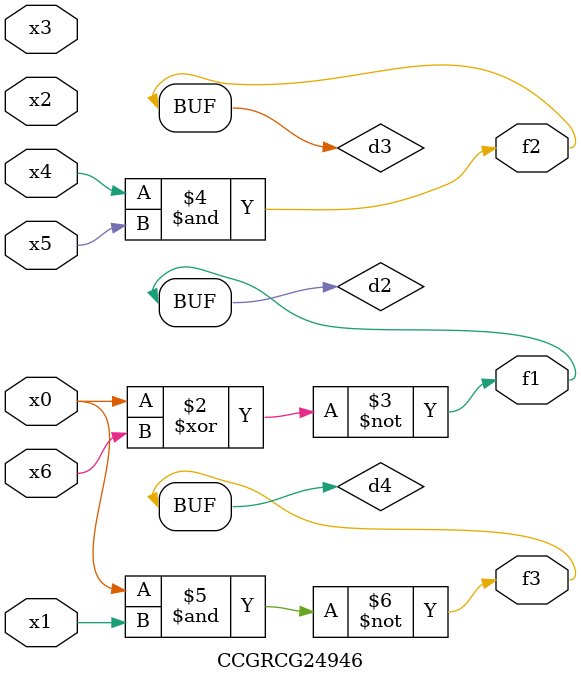
<source format=v>
module CCGRCG24946(
	input x0, x1, x2, x3, x4, x5, x6,
	output f1, f2, f3
);

	wire d1, d2, d3, d4;

	nor (d1, x0);
	xnor (d2, x0, x6);
	and (d3, x4, x5);
	nand (d4, x0, x1);
	assign f1 = d2;
	assign f2 = d3;
	assign f3 = d4;
endmodule

</source>
